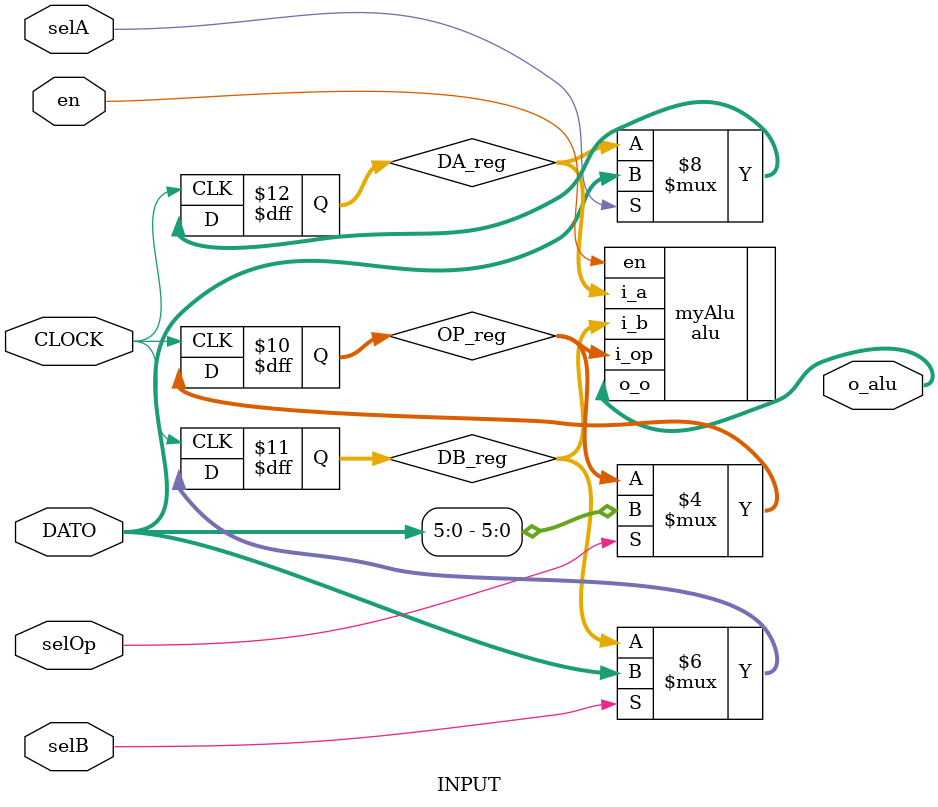
<source format=v>
`timescale 1ns / 1ps


module INPUT 
#(
    /** numero de bits - datos*/
    parameter NB_DATA   = 8
)

(
    /* ENABLE ALU */
    input wire en,
    /* DATO */
    input   wire   [NB_DATA - 1:0] DATO,
    /* SELECT */
    input   wire selA,
    input   wire selB,
    input   wire selOp,
    /* SALIDA*/
    output wire  [NB_DATA - 1:0] o_alu,
    /* CLOCK */
    input wire CLOCK
);

    /* registros internos*/
    reg [NB_DATA    - 1 :0]      DA_reg;
    reg [NB_DATA    - 1 :0]      DB_reg;
    reg [5              :0]      OP_reg;

    alu myAlu (.i_a(DA_reg), .i_b(DB_reg), .i_op(OP_reg), .en(en), .o_o(o_alu));
    /* Entrada Dato A*/
    always @(posedge CLOCK) begin : Input_A
        if (selA) begin
            DA_reg <= DATO;
        end
    end
    /* Entrada Dato B*/
    always @(posedge CLOCK) begin : Input_B
        if (selB) begin
            DB_reg <= DATO;
        end
    end
    /* Entrada Dato de Operacion*/
    always @(posedge CLOCK) begin : Input_OP
        if (selOp) begin
            OP_reg <= DATO;
        end
    end

endmodule
</source>
